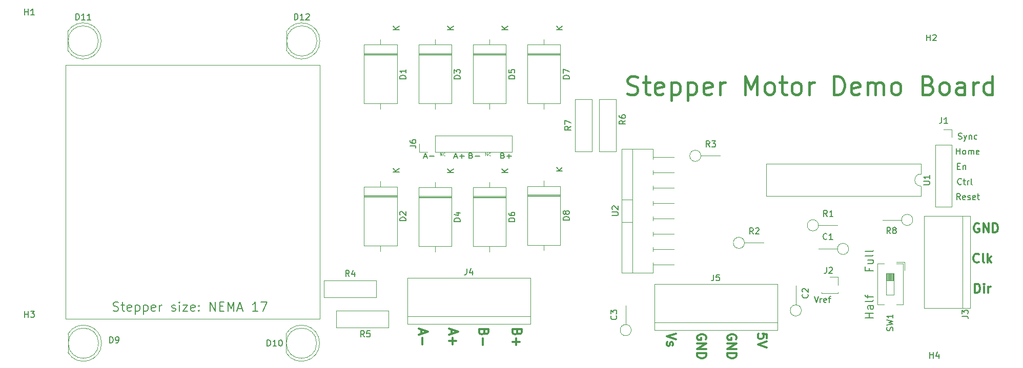
<source format=gto>
G04 #@! TF.GenerationSoftware,KiCad,Pcbnew,(6.0.11)*
G04 #@! TF.CreationDate,2023-02-08T23:30:17+00:00*
G04 #@! TF.ProjectId,StepperDemoPCB,53746570-7065-4724-9465-6d6f5043422e,rev?*
G04 #@! TF.SameCoordinates,Original*
G04 #@! TF.FileFunction,Legend,Top*
G04 #@! TF.FilePolarity,Positive*
%FSLAX46Y46*%
G04 Gerber Fmt 4.6, Leading zero omitted, Abs format (unit mm)*
G04 Created by KiCad (PCBNEW (6.0.11)) date 2023-02-08 23:30:17*
%MOMM*%
%LPD*%
G01*
G04 APERTURE LIST*
%ADD10C,0.150000*%
%ADD11C,0.100000*%
%ADD12C,0.300000*%
%ADD13C,0.450000*%
%ADD14C,0.120000*%
%ADD15R,1.600000X1.600000*%
%ADD16O,1.600000X1.600000*%
%ADD17C,1.400000*%
%ADD18O,1.400000X1.400000*%
%ADD19R,1.700000X1.700000*%
%ADD20O,1.700000X1.700000*%
%ADD21C,24.500000*%
%ADD22C,4.500000*%
%ADD23C,7.500000*%
%ADD24C,1.600000*%
%ADD25R,1.800000X1.800000*%
%ADD26C,1.800000*%
%ADD27R,3.200000X3.200000*%
%ADD28O,3.200000X3.200000*%
%ADD29R,3.000000X3.000000*%
%ADD30C,3.000000*%
%ADD31O,1.800000X1.800000*%
G04 APERTURE END LIST*
D10*
X178700000Y-81566666D02*
X178700000Y-82033333D01*
X179433333Y-82033333D02*
X178033333Y-82033333D01*
X178033333Y-81366666D01*
X178500000Y-80233333D02*
X179433333Y-80233333D01*
X178500000Y-80833333D02*
X179233333Y-80833333D01*
X179366666Y-80766666D01*
X179433333Y-80633333D01*
X179433333Y-80433333D01*
X179366666Y-80300000D01*
X179300000Y-80233333D01*
X179433333Y-79366666D02*
X179366666Y-79500000D01*
X179233333Y-79566666D01*
X178033333Y-79566666D01*
X179433333Y-78633333D02*
X179366666Y-78766666D01*
X179233333Y-78833333D01*
X178033333Y-78833333D01*
D11*
X115357142Y-62976190D02*
X115357142Y-62476190D01*
X115642857Y-62976190D01*
X115642857Y-62476190D01*
X116166666Y-62928571D02*
X116142857Y-62952380D01*
X116071428Y-62976190D01*
X116023809Y-62976190D01*
X115952380Y-62952380D01*
X115904761Y-62904761D01*
X115880952Y-62857142D01*
X115857142Y-62761904D01*
X115857142Y-62690476D01*
X115880952Y-62595238D01*
X115904761Y-62547619D01*
X115952380Y-62500000D01*
X116023809Y-62476190D01*
X116071428Y-62476190D01*
X116142857Y-62500000D01*
X116166666Y-62523809D01*
X107857142Y-62976190D02*
X107857142Y-62476190D01*
X108142857Y-62976190D01*
X108142857Y-62476190D01*
X108666666Y-62928571D02*
X108642857Y-62952380D01*
X108571428Y-62976190D01*
X108523809Y-62976190D01*
X108452380Y-62952380D01*
X108404761Y-62904761D01*
X108380952Y-62857142D01*
X108357142Y-62761904D01*
X108357142Y-62690476D01*
X108380952Y-62595238D01*
X108404761Y-62547619D01*
X108452380Y-62500000D01*
X108523809Y-62476190D01*
X108571428Y-62476190D01*
X108642857Y-62500000D01*
X108666666Y-62523809D01*
D10*
X118202380Y-62942857D02*
X118345238Y-62980952D01*
X118392857Y-63019047D01*
X118440476Y-63095238D01*
X118440476Y-63209523D01*
X118392857Y-63285714D01*
X118345238Y-63323809D01*
X118250000Y-63361904D01*
X117869047Y-63361904D01*
X117869047Y-62561904D01*
X118202380Y-62561904D01*
X118297619Y-62600000D01*
X118345238Y-62638095D01*
X118392857Y-62714285D01*
X118392857Y-62790476D01*
X118345238Y-62866666D01*
X118297619Y-62904761D01*
X118202380Y-62942857D01*
X117869047Y-62942857D01*
X118869047Y-63057142D02*
X119630952Y-63057142D01*
X119250000Y-63361904D02*
X119250000Y-62752380D01*
X112952380Y-62942857D02*
X113095238Y-62980952D01*
X113142857Y-63019047D01*
X113190476Y-63095238D01*
X113190476Y-63209523D01*
X113142857Y-63285714D01*
X113095238Y-63323809D01*
X113000000Y-63361904D01*
X112619047Y-63361904D01*
X112619047Y-62561904D01*
X112952380Y-62561904D01*
X113047619Y-62600000D01*
X113095238Y-62638095D01*
X113142857Y-62714285D01*
X113142857Y-62790476D01*
X113095238Y-62866666D01*
X113047619Y-62904761D01*
X112952380Y-62942857D01*
X112619047Y-62942857D01*
X113619047Y-63057142D02*
X114380952Y-63057142D01*
X110142857Y-63133333D02*
X110619047Y-63133333D01*
X110047619Y-63361904D02*
X110380952Y-62561904D01*
X110714285Y-63361904D01*
X111047619Y-63057142D02*
X111809523Y-63057142D01*
X111428571Y-63361904D02*
X111428571Y-62752380D01*
X105142857Y-63133333D02*
X105619047Y-63133333D01*
X105047619Y-63361904D02*
X105380952Y-62561904D01*
X105714285Y-63361904D01*
X106047619Y-63057142D02*
X106809523Y-63057142D01*
D12*
X196857142Y-74250000D02*
X196714285Y-74178571D01*
X196500000Y-74178571D01*
X196285714Y-74250000D01*
X196142857Y-74392857D01*
X196071428Y-74535714D01*
X196000000Y-74821428D01*
X196000000Y-75035714D01*
X196071428Y-75321428D01*
X196142857Y-75464285D01*
X196285714Y-75607142D01*
X196500000Y-75678571D01*
X196642857Y-75678571D01*
X196857142Y-75607142D01*
X196928571Y-75535714D01*
X196928571Y-75035714D01*
X196642857Y-75035714D01*
X197571428Y-75678571D02*
X197571428Y-74178571D01*
X198428571Y-75678571D01*
X198428571Y-74178571D01*
X199142857Y-75678571D02*
X199142857Y-74178571D01*
X199500000Y-74178571D01*
X199714285Y-74250000D01*
X199857142Y-74392857D01*
X199928571Y-74535714D01*
X200000000Y-74821428D01*
X200000000Y-75035714D01*
X199928571Y-75321428D01*
X199857142Y-75464285D01*
X199714285Y-75607142D01*
X199500000Y-75678571D01*
X199142857Y-75678571D01*
X196864285Y-80535714D02*
X196792857Y-80607142D01*
X196578571Y-80678571D01*
X196435714Y-80678571D01*
X196221428Y-80607142D01*
X196078571Y-80464285D01*
X196007142Y-80321428D01*
X195935714Y-80035714D01*
X195935714Y-79821428D01*
X196007142Y-79535714D01*
X196078571Y-79392857D01*
X196221428Y-79250000D01*
X196435714Y-79178571D01*
X196578571Y-79178571D01*
X196792857Y-79250000D01*
X196864285Y-79321428D01*
X197721428Y-80678571D02*
X197578571Y-80607142D01*
X197507142Y-80464285D01*
X197507142Y-79178571D01*
X198292857Y-80678571D02*
X198292857Y-79178571D01*
X198435714Y-80107142D02*
X198864285Y-80678571D01*
X198864285Y-79678571D02*
X198292857Y-80250000D01*
X115107142Y-92178571D02*
X115035714Y-92392857D01*
X114964285Y-92464285D01*
X114821428Y-92535714D01*
X114607142Y-92535714D01*
X114464285Y-92464285D01*
X114392857Y-92392857D01*
X114321428Y-92250000D01*
X114321428Y-91678571D01*
X115821428Y-91678571D01*
X115821428Y-92178571D01*
X115750000Y-92321428D01*
X115678571Y-92392857D01*
X115535714Y-92464285D01*
X115392857Y-92464285D01*
X115250000Y-92392857D01*
X115178571Y-92321428D01*
X115107142Y-92178571D01*
X115107142Y-91678571D01*
X114892857Y-93178571D02*
X114892857Y-94321428D01*
D10*
X169642857Y-86252380D02*
X169976190Y-87252380D01*
X170309523Y-86252380D01*
X170642857Y-87252380D02*
X170642857Y-86585714D01*
X170642857Y-86776190D02*
X170690476Y-86680952D01*
X170738095Y-86633333D01*
X170833333Y-86585714D01*
X170928571Y-86585714D01*
X171642857Y-87204761D02*
X171547619Y-87252380D01*
X171357142Y-87252380D01*
X171261904Y-87204761D01*
X171214285Y-87109523D01*
X171214285Y-86728571D01*
X171261904Y-86633333D01*
X171357142Y-86585714D01*
X171547619Y-86585714D01*
X171642857Y-86633333D01*
X171690476Y-86728571D01*
X171690476Y-86823809D01*
X171214285Y-86919047D01*
X171976190Y-86585714D02*
X172357142Y-86585714D01*
X172119047Y-87252380D02*
X172119047Y-86395238D01*
X172166666Y-86300000D01*
X172261904Y-86252380D01*
X172357142Y-86252380D01*
D12*
X109750000Y-91714285D02*
X109750000Y-92428571D01*
X109321428Y-91571428D02*
X110821428Y-92071428D01*
X109321428Y-92571428D01*
X109892857Y-93071428D02*
X109892857Y-94214285D01*
X109321428Y-93642857D02*
X110464285Y-93642857D01*
X104750000Y-91714285D02*
X104750000Y-92428571D01*
X104321428Y-91571428D02*
X105821428Y-92071428D01*
X104321428Y-92571428D01*
X104892857Y-93071428D02*
X104892857Y-94214285D01*
X120607142Y-92178571D02*
X120535714Y-92392857D01*
X120464285Y-92464285D01*
X120321428Y-92535714D01*
X120107142Y-92535714D01*
X119964285Y-92464285D01*
X119892857Y-92392857D01*
X119821428Y-92250000D01*
X119821428Y-91678571D01*
X121321428Y-91678571D01*
X121321428Y-92178571D01*
X121250000Y-92321428D01*
X121178571Y-92392857D01*
X121035714Y-92464285D01*
X120892857Y-92464285D01*
X120750000Y-92392857D01*
X120678571Y-92321428D01*
X120607142Y-92178571D01*
X120607142Y-91678571D01*
X120392857Y-93178571D02*
X120392857Y-94321428D01*
X119821428Y-93750000D02*
X120964285Y-93750000D01*
X146821428Y-92392857D02*
X145321428Y-92892857D01*
X146821428Y-93392857D01*
X145392857Y-93821428D02*
X145321428Y-93964285D01*
X145321428Y-94250000D01*
X145392857Y-94392857D01*
X145535714Y-94464285D01*
X145607142Y-94464285D01*
X145750000Y-94392857D01*
X145821428Y-94250000D01*
X145821428Y-94035714D01*
X145892857Y-93892857D01*
X146035714Y-93821428D01*
X146107142Y-93821428D01*
X146250000Y-93892857D01*
X146321428Y-94035714D01*
X146321428Y-94250000D01*
X146250000Y-94392857D01*
X161821428Y-93214285D02*
X161821428Y-92500000D01*
X161107142Y-92428571D01*
X161178571Y-92500000D01*
X161250000Y-92642857D01*
X161250000Y-93000000D01*
X161178571Y-93142857D01*
X161107142Y-93214285D01*
X160964285Y-93285714D01*
X160607142Y-93285714D01*
X160464285Y-93214285D01*
X160392857Y-93142857D01*
X160321428Y-93000000D01*
X160321428Y-92642857D01*
X160392857Y-92500000D01*
X160464285Y-92428571D01*
X161821428Y-93714285D02*
X160321428Y-94214285D01*
X161821428Y-94714285D01*
X156750000Y-93357142D02*
X156821428Y-93214285D01*
X156821428Y-93000000D01*
X156750000Y-92785714D01*
X156607142Y-92642857D01*
X156464285Y-92571428D01*
X156178571Y-92500000D01*
X155964285Y-92500000D01*
X155678571Y-92571428D01*
X155535714Y-92642857D01*
X155392857Y-92785714D01*
X155321428Y-93000000D01*
X155321428Y-93142857D01*
X155392857Y-93357142D01*
X155464285Y-93428571D01*
X155964285Y-93428571D01*
X155964285Y-93142857D01*
X155321428Y-94071428D02*
X156821428Y-94071428D01*
X155321428Y-94928571D01*
X156821428Y-94928571D01*
X155321428Y-95642857D02*
X156821428Y-95642857D01*
X156821428Y-96000000D01*
X156750000Y-96214285D01*
X156607142Y-96357142D01*
X156464285Y-96428571D01*
X156178571Y-96500000D01*
X155964285Y-96500000D01*
X155678571Y-96428571D01*
X155535714Y-96357142D01*
X155392857Y-96214285D01*
X155321428Y-96000000D01*
X155321428Y-95642857D01*
X151750000Y-93357142D02*
X151821428Y-93214285D01*
X151821428Y-93000000D01*
X151750000Y-92785714D01*
X151607142Y-92642857D01*
X151464285Y-92571428D01*
X151178571Y-92500000D01*
X150964285Y-92500000D01*
X150678571Y-92571428D01*
X150535714Y-92642857D01*
X150392857Y-92785714D01*
X150321428Y-93000000D01*
X150321428Y-93142857D01*
X150392857Y-93357142D01*
X150464285Y-93428571D01*
X150964285Y-93428571D01*
X150964285Y-93142857D01*
X150321428Y-94071428D02*
X151821428Y-94071428D01*
X150321428Y-94928571D01*
X151821428Y-94928571D01*
X150321428Y-95642857D02*
X151821428Y-95642857D01*
X151821428Y-96000000D01*
X151750000Y-96214285D01*
X151607142Y-96357142D01*
X151464285Y-96428571D01*
X151178571Y-96500000D01*
X150964285Y-96500000D01*
X150678571Y-96428571D01*
X150535714Y-96357142D01*
X150392857Y-96214285D01*
X150321428Y-96000000D01*
X150321428Y-95642857D01*
D13*
X138785714Y-52714285D02*
X139214285Y-52857142D01*
X139928571Y-52857142D01*
X140214285Y-52714285D01*
X140357142Y-52571428D01*
X140500000Y-52285714D01*
X140500000Y-52000000D01*
X140357142Y-51714285D01*
X140214285Y-51571428D01*
X139928571Y-51428571D01*
X139357142Y-51285714D01*
X139071428Y-51142857D01*
X138928571Y-51000000D01*
X138785714Y-50714285D01*
X138785714Y-50428571D01*
X138928571Y-50142857D01*
X139071428Y-50000000D01*
X139357142Y-49857142D01*
X140071428Y-49857142D01*
X140500000Y-50000000D01*
X141357142Y-50857142D02*
X142500000Y-50857142D01*
X141785714Y-49857142D02*
X141785714Y-52428571D01*
X141928571Y-52714285D01*
X142214285Y-52857142D01*
X142500000Y-52857142D01*
X144642857Y-52714285D02*
X144357142Y-52857142D01*
X143785714Y-52857142D01*
X143500000Y-52714285D01*
X143357142Y-52428571D01*
X143357142Y-51285714D01*
X143500000Y-51000000D01*
X143785714Y-50857142D01*
X144357142Y-50857142D01*
X144642857Y-51000000D01*
X144785714Y-51285714D01*
X144785714Y-51571428D01*
X143357142Y-51857142D01*
X146071428Y-50857142D02*
X146071428Y-53857142D01*
X146071428Y-51000000D02*
X146357142Y-50857142D01*
X146928571Y-50857142D01*
X147214285Y-51000000D01*
X147357142Y-51142857D01*
X147500000Y-51428571D01*
X147500000Y-52285714D01*
X147357142Y-52571428D01*
X147214285Y-52714285D01*
X146928571Y-52857142D01*
X146357142Y-52857142D01*
X146071428Y-52714285D01*
X148785714Y-50857142D02*
X148785714Y-53857142D01*
X148785714Y-51000000D02*
X149071428Y-50857142D01*
X149642857Y-50857142D01*
X149928571Y-51000000D01*
X150071428Y-51142857D01*
X150214285Y-51428571D01*
X150214285Y-52285714D01*
X150071428Y-52571428D01*
X149928571Y-52714285D01*
X149642857Y-52857142D01*
X149071428Y-52857142D01*
X148785714Y-52714285D01*
X152642857Y-52714285D02*
X152357142Y-52857142D01*
X151785714Y-52857142D01*
X151500000Y-52714285D01*
X151357142Y-52428571D01*
X151357142Y-51285714D01*
X151500000Y-51000000D01*
X151785714Y-50857142D01*
X152357142Y-50857142D01*
X152642857Y-51000000D01*
X152785714Y-51285714D01*
X152785714Y-51571428D01*
X151357142Y-51857142D01*
X154071428Y-52857142D02*
X154071428Y-50857142D01*
X154071428Y-51428571D02*
X154214285Y-51142857D01*
X154357142Y-51000000D01*
X154642857Y-50857142D01*
X154928571Y-50857142D01*
X158214285Y-52857142D02*
X158214285Y-49857142D01*
X159214285Y-52000000D01*
X160214285Y-49857142D01*
X160214285Y-52857142D01*
X162071428Y-52857142D02*
X161785714Y-52714285D01*
X161642857Y-52571428D01*
X161500000Y-52285714D01*
X161500000Y-51428571D01*
X161642857Y-51142857D01*
X161785714Y-51000000D01*
X162071428Y-50857142D01*
X162500000Y-50857142D01*
X162785714Y-51000000D01*
X162928571Y-51142857D01*
X163071428Y-51428571D01*
X163071428Y-52285714D01*
X162928571Y-52571428D01*
X162785714Y-52714285D01*
X162500000Y-52857142D01*
X162071428Y-52857142D01*
X163928571Y-50857142D02*
X165071428Y-50857142D01*
X164357142Y-49857142D02*
X164357142Y-52428571D01*
X164500000Y-52714285D01*
X164785714Y-52857142D01*
X165071428Y-52857142D01*
X166499999Y-52857142D02*
X166214285Y-52714285D01*
X166071428Y-52571428D01*
X165928571Y-52285714D01*
X165928571Y-51428571D01*
X166071428Y-51142857D01*
X166214285Y-51000000D01*
X166499999Y-50857142D01*
X166928571Y-50857142D01*
X167214285Y-51000000D01*
X167357142Y-51142857D01*
X167499999Y-51428571D01*
X167499999Y-52285714D01*
X167357142Y-52571428D01*
X167214285Y-52714285D01*
X166928571Y-52857142D01*
X166499999Y-52857142D01*
X168785714Y-52857142D02*
X168785714Y-50857142D01*
X168785714Y-51428571D02*
X168928571Y-51142857D01*
X169071428Y-51000000D01*
X169357142Y-50857142D01*
X169642857Y-50857142D01*
X172928571Y-52857142D02*
X172928571Y-49857142D01*
X173642857Y-49857142D01*
X174071428Y-50000000D01*
X174357142Y-50285714D01*
X174499999Y-50571428D01*
X174642857Y-51142857D01*
X174642857Y-51571428D01*
X174499999Y-52142857D01*
X174357142Y-52428571D01*
X174071428Y-52714285D01*
X173642857Y-52857142D01*
X172928571Y-52857142D01*
X177071428Y-52714285D02*
X176785714Y-52857142D01*
X176214285Y-52857142D01*
X175928571Y-52714285D01*
X175785714Y-52428571D01*
X175785714Y-51285714D01*
X175928571Y-51000000D01*
X176214285Y-50857142D01*
X176785714Y-50857142D01*
X177071428Y-51000000D01*
X177214285Y-51285714D01*
X177214285Y-51571428D01*
X175785714Y-51857142D01*
X178500000Y-52857142D02*
X178500000Y-50857142D01*
X178500000Y-51142857D02*
X178642857Y-51000000D01*
X178928571Y-50857142D01*
X179357142Y-50857142D01*
X179642857Y-51000000D01*
X179785714Y-51285714D01*
X179785714Y-52857142D01*
X179785714Y-51285714D02*
X179928571Y-51000000D01*
X180214285Y-50857142D01*
X180642857Y-50857142D01*
X180928571Y-51000000D01*
X181071428Y-51285714D01*
X181071428Y-52857142D01*
X182928571Y-52857142D02*
X182642857Y-52714285D01*
X182500000Y-52571428D01*
X182357142Y-52285714D01*
X182357142Y-51428571D01*
X182500000Y-51142857D01*
X182642857Y-51000000D01*
X182928571Y-50857142D01*
X183357142Y-50857142D01*
X183642857Y-51000000D01*
X183785714Y-51142857D01*
X183928571Y-51428571D01*
X183928571Y-52285714D01*
X183785714Y-52571428D01*
X183642857Y-52714285D01*
X183357142Y-52857142D01*
X182928571Y-52857142D01*
X188500000Y-51285714D02*
X188928571Y-51428571D01*
X189071428Y-51571428D01*
X189214285Y-51857142D01*
X189214285Y-52285714D01*
X189071428Y-52571428D01*
X188928571Y-52714285D01*
X188642857Y-52857142D01*
X187500000Y-52857142D01*
X187500000Y-49857142D01*
X188500000Y-49857142D01*
X188785714Y-50000000D01*
X188928571Y-50142857D01*
X189071428Y-50428571D01*
X189071428Y-50714285D01*
X188928571Y-51000000D01*
X188785714Y-51142857D01*
X188500000Y-51285714D01*
X187500000Y-51285714D01*
X190928571Y-52857142D02*
X190642857Y-52714285D01*
X190500000Y-52571428D01*
X190357142Y-52285714D01*
X190357142Y-51428571D01*
X190500000Y-51142857D01*
X190642857Y-51000000D01*
X190928571Y-50857142D01*
X191357142Y-50857142D01*
X191642857Y-51000000D01*
X191785714Y-51142857D01*
X191928571Y-51428571D01*
X191928571Y-52285714D01*
X191785714Y-52571428D01*
X191642857Y-52714285D01*
X191357142Y-52857142D01*
X190928571Y-52857142D01*
X194500000Y-52857142D02*
X194500000Y-51285714D01*
X194357142Y-51000000D01*
X194071428Y-50857142D01*
X193500000Y-50857142D01*
X193214285Y-51000000D01*
X194500000Y-52714285D02*
X194214285Y-52857142D01*
X193500000Y-52857142D01*
X193214285Y-52714285D01*
X193071428Y-52428571D01*
X193071428Y-52142857D01*
X193214285Y-51857142D01*
X193500000Y-51714285D01*
X194214285Y-51714285D01*
X194500000Y-51571428D01*
X195928571Y-52857142D02*
X195928571Y-50857142D01*
X195928571Y-51428571D02*
X196071428Y-51142857D01*
X196214285Y-51000000D01*
X196500000Y-50857142D01*
X196785714Y-50857142D01*
X199071428Y-52857142D02*
X199071428Y-49857142D01*
X199071428Y-52714285D02*
X198785714Y-52857142D01*
X198214285Y-52857142D01*
X197928571Y-52714285D01*
X197785714Y-52571428D01*
X197642857Y-52285714D01*
X197642857Y-51428571D01*
X197785714Y-51142857D01*
X197928571Y-51000000D01*
X198214285Y-50857142D01*
X198785714Y-50857142D01*
X199071428Y-51000000D01*
D10*
X193761904Y-70252380D02*
X193428571Y-69776190D01*
X193190476Y-70252380D02*
X193190476Y-69252380D01*
X193571428Y-69252380D01*
X193666666Y-69300000D01*
X193714285Y-69347619D01*
X193761904Y-69442857D01*
X193761904Y-69585714D01*
X193714285Y-69680952D01*
X193666666Y-69728571D01*
X193571428Y-69776190D01*
X193190476Y-69776190D01*
X194571428Y-70204761D02*
X194476190Y-70252380D01*
X194285714Y-70252380D01*
X194190476Y-70204761D01*
X194142857Y-70109523D01*
X194142857Y-69728571D01*
X194190476Y-69633333D01*
X194285714Y-69585714D01*
X194476190Y-69585714D01*
X194571428Y-69633333D01*
X194619047Y-69728571D01*
X194619047Y-69823809D01*
X194142857Y-69919047D01*
X195000000Y-70204761D02*
X195095238Y-70252380D01*
X195285714Y-70252380D01*
X195380952Y-70204761D01*
X195428571Y-70109523D01*
X195428571Y-70061904D01*
X195380952Y-69966666D01*
X195285714Y-69919047D01*
X195142857Y-69919047D01*
X195047619Y-69871428D01*
X195000000Y-69776190D01*
X195000000Y-69728571D01*
X195047619Y-69633333D01*
X195142857Y-69585714D01*
X195285714Y-69585714D01*
X195380952Y-69633333D01*
X196238095Y-70204761D02*
X196142857Y-70252380D01*
X195952380Y-70252380D01*
X195857142Y-70204761D01*
X195809523Y-70109523D01*
X195809523Y-69728571D01*
X195857142Y-69633333D01*
X195952380Y-69585714D01*
X196142857Y-69585714D01*
X196238095Y-69633333D01*
X196285714Y-69728571D01*
X196285714Y-69823809D01*
X195809523Y-69919047D01*
X196571428Y-69585714D02*
X196952380Y-69585714D01*
X196714285Y-69252380D02*
X196714285Y-70109523D01*
X196761904Y-70204761D01*
X196857142Y-70252380D01*
X196952380Y-70252380D01*
X193952380Y-67657142D02*
X193904761Y-67704761D01*
X193761904Y-67752380D01*
X193666666Y-67752380D01*
X193523809Y-67704761D01*
X193428571Y-67609523D01*
X193380952Y-67514285D01*
X193333333Y-67323809D01*
X193333333Y-67180952D01*
X193380952Y-66990476D01*
X193428571Y-66895238D01*
X193523809Y-66800000D01*
X193666666Y-66752380D01*
X193761904Y-66752380D01*
X193904761Y-66800000D01*
X193952380Y-66847619D01*
X194238095Y-67085714D02*
X194619047Y-67085714D01*
X194380952Y-66752380D02*
X194380952Y-67609523D01*
X194428571Y-67704761D01*
X194523809Y-67752380D01*
X194619047Y-67752380D01*
X194952380Y-67752380D02*
X194952380Y-67085714D01*
X194952380Y-67276190D02*
X195000000Y-67180952D01*
X195047619Y-67133333D01*
X195142857Y-67085714D01*
X195238095Y-67085714D01*
X195714285Y-67752380D02*
X195619047Y-67704761D01*
X195571428Y-67609523D01*
X195571428Y-66752380D01*
X193333333Y-64728571D02*
X193666666Y-64728571D01*
X193809523Y-65252380D02*
X193333333Y-65252380D01*
X193333333Y-64252380D01*
X193809523Y-64252380D01*
X194238095Y-64585714D02*
X194238095Y-65252380D01*
X194238095Y-64680952D02*
X194285714Y-64633333D01*
X194380952Y-64585714D01*
X194523809Y-64585714D01*
X194619047Y-64633333D01*
X194666666Y-64728571D01*
X194666666Y-65252380D01*
X193166666Y-62752380D02*
X193166666Y-61752380D01*
X193166666Y-62228571D02*
X193738095Y-62228571D01*
X193738095Y-62752380D02*
X193738095Y-61752380D01*
X194357142Y-62752380D02*
X194261904Y-62704761D01*
X194214285Y-62657142D01*
X194166666Y-62561904D01*
X194166666Y-62276190D01*
X194214285Y-62180952D01*
X194261904Y-62133333D01*
X194357142Y-62085714D01*
X194500000Y-62085714D01*
X194595238Y-62133333D01*
X194642857Y-62180952D01*
X194690476Y-62276190D01*
X194690476Y-62561904D01*
X194642857Y-62657142D01*
X194595238Y-62704761D01*
X194500000Y-62752380D01*
X194357142Y-62752380D01*
X195119047Y-62752380D02*
X195119047Y-62085714D01*
X195119047Y-62180952D02*
X195166666Y-62133333D01*
X195261904Y-62085714D01*
X195404761Y-62085714D01*
X195500000Y-62133333D01*
X195547619Y-62228571D01*
X195547619Y-62752380D01*
X195547619Y-62228571D02*
X195595238Y-62133333D01*
X195690476Y-62085714D01*
X195833333Y-62085714D01*
X195928571Y-62133333D01*
X195976190Y-62228571D01*
X195976190Y-62752380D01*
X196833333Y-62704761D02*
X196738095Y-62752380D01*
X196547619Y-62752380D01*
X196452380Y-62704761D01*
X196404761Y-62609523D01*
X196404761Y-62228571D01*
X196452380Y-62133333D01*
X196547619Y-62085714D01*
X196738095Y-62085714D01*
X196833333Y-62133333D01*
X196880952Y-62228571D01*
X196880952Y-62323809D01*
X196404761Y-62419047D01*
X193452380Y-60204761D02*
X193595238Y-60252380D01*
X193833333Y-60252380D01*
X193928571Y-60204761D01*
X193976190Y-60157142D01*
X194023809Y-60061904D01*
X194023809Y-59966666D01*
X193976190Y-59871428D01*
X193928571Y-59823809D01*
X193833333Y-59776190D01*
X193642857Y-59728571D01*
X193547619Y-59680952D01*
X193500000Y-59633333D01*
X193452380Y-59538095D01*
X193452380Y-59442857D01*
X193500000Y-59347619D01*
X193547619Y-59300000D01*
X193642857Y-59252380D01*
X193880952Y-59252380D01*
X194023809Y-59300000D01*
X194357142Y-59585714D02*
X194595238Y-60252380D01*
X194833333Y-59585714D02*
X194595238Y-60252380D01*
X194500000Y-60490476D01*
X194452380Y-60538095D01*
X194357142Y-60585714D01*
X195214285Y-59585714D02*
X195214285Y-60252380D01*
X195214285Y-59680952D02*
X195261904Y-59633333D01*
X195357142Y-59585714D01*
X195500000Y-59585714D01*
X195595238Y-59633333D01*
X195642857Y-59728571D01*
X195642857Y-60252380D01*
X196547619Y-60204761D02*
X196452380Y-60252380D01*
X196261904Y-60252380D01*
X196166666Y-60204761D01*
X196119047Y-60157142D01*
X196071428Y-60061904D01*
X196071428Y-59776190D01*
X196119047Y-59680952D01*
X196166666Y-59633333D01*
X196261904Y-59585714D01*
X196452380Y-59585714D01*
X196547619Y-59633333D01*
D12*
X196185714Y-85678571D02*
X196185714Y-84178571D01*
X196542857Y-84178571D01*
X196757142Y-84250000D01*
X196900000Y-84392857D01*
X196971428Y-84535714D01*
X197042857Y-84821428D01*
X197042857Y-85035714D01*
X196971428Y-85321428D01*
X196900000Y-85464285D01*
X196757142Y-85607142D01*
X196542857Y-85678571D01*
X196185714Y-85678571D01*
X197685714Y-85678571D02*
X197685714Y-84678571D01*
X197685714Y-84178571D02*
X197614285Y-84250000D01*
X197685714Y-84321428D01*
X197757142Y-84250000D01*
X197685714Y-84178571D01*
X197685714Y-84321428D01*
X198400000Y-85678571D02*
X198400000Y-84678571D01*
X198400000Y-84964285D02*
X198471428Y-84821428D01*
X198542857Y-84750000D01*
X198685714Y-84678571D01*
X198828571Y-84678571D01*
D10*
X179433333Y-89800000D02*
X178033333Y-89800000D01*
X178700000Y-89800000D02*
X178700000Y-89000000D01*
X179433333Y-89000000D02*
X178033333Y-89000000D01*
X179433333Y-87733333D02*
X178700000Y-87733333D01*
X178566666Y-87800000D01*
X178500000Y-87933333D01*
X178500000Y-88200000D01*
X178566666Y-88333333D01*
X179366666Y-87733333D02*
X179433333Y-87866666D01*
X179433333Y-88200000D01*
X179366666Y-88333333D01*
X179233333Y-88400000D01*
X179100000Y-88400000D01*
X178966666Y-88333333D01*
X178900000Y-88200000D01*
X178900000Y-87866666D01*
X178833333Y-87733333D01*
X179433333Y-86866666D02*
X179366666Y-87000000D01*
X179233333Y-87066666D01*
X178033333Y-87066666D01*
X178500000Y-86533333D02*
X178500000Y-86000000D01*
X179433333Y-86333333D02*
X178233333Y-86333333D01*
X178100000Y-86266666D01*
X178033333Y-86133333D01*
X178033333Y-86000000D01*
X53857142Y-88607142D02*
X54071428Y-88678571D01*
X54428571Y-88678571D01*
X54571428Y-88607142D01*
X54642857Y-88535714D01*
X54714285Y-88392857D01*
X54714285Y-88250000D01*
X54642857Y-88107142D01*
X54571428Y-88035714D01*
X54428571Y-87964285D01*
X54142857Y-87892857D01*
X53999999Y-87821428D01*
X53928571Y-87750000D01*
X53857142Y-87607142D01*
X53857142Y-87464285D01*
X53928571Y-87321428D01*
X53999999Y-87250000D01*
X54142857Y-87178571D01*
X54499999Y-87178571D01*
X54714285Y-87250000D01*
X55142857Y-87678571D02*
X55714285Y-87678571D01*
X55357142Y-87178571D02*
X55357142Y-88464285D01*
X55428571Y-88607142D01*
X55571428Y-88678571D01*
X55714285Y-88678571D01*
X56785714Y-88607142D02*
X56642857Y-88678571D01*
X56357142Y-88678571D01*
X56214285Y-88607142D01*
X56142857Y-88464285D01*
X56142857Y-87892857D01*
X56214285Y-87750000D01*
X56357142Y-87678571D01*
X56642857Y-87678571D01*
X56785714Y-87750000D01*
X56857142Y-87892857D01*
X56857142Y-88035714D01*
X56142857Y-88178571D01*
X57499999Y-87678571D02*
X57499999Y-89178571D01*
X57499999Y-87750000D02*
X57642857Y-87678571D01*
X57928571Y-87678571D01*
X58071428Y-87750000D01*
X58142857Y-87821428D01*
X58214285Y-87964285D01*
X58214285Y-88392857D01*
X58142857Y-88535714D01*
X58071428Y-88607142D01*
X57928571Y-88678571D01*
X57642857Y-88678571D01*
X57499999Y-88607142D01*
X58857142Y-87678571D02*
X58857142Y-89178571D01*
X58857142Y-87750000D02*
X58999999Y-87678571D01*
X59285714Y-87678571D01*
X59428571Y-87750000D01*
X59499999Y-87821428D01*
X59571428Y-87964285D01*
X59571428Y-88392857D01*
X59499999Y-88535714D01*
X59428571Y-88607142D01*
X59285714Y-88678571D01*
X58999999Y-88678571D01*
X58857142Y-88607142D01*
X60785714Y-88607142D02*
X60642857Y-88678571D01*
X60357142Y-88678571D01*
X60214285Y-88607142D01*
X60142857Y-88464285D01*
X60142857Y-87892857D01*
X60214285Y-87750000D01*
X60357142Y-87678571D01*
X60642857Y-87678571D01*
X60785714Y-87750000D01*
X60857142Y-87892857D01*
X60857142Y-88035714D01*
X60142857Y-88178571D01*
X61499999Y-88678571D02*
X61499999Y-87678571D01*
X61499999Y-87964285D02*
X61571428Y-87821428D01*
X61642857Y-87750000D01*
X61785714Y-87678571D01*
X61928571Y-87678571D01*
X63499999Y-88607142D02*
X63642857Y-88678571D01*
X63928571Y-88678571D01*
X64071428Y-88607142D01*
X64142857Y-88464285D01*
X64142857Y-88392857D01*
X64071428Y-88250000D01*
X63928571Y-88178571D01*
X63714285Y-88178571D01*
X63571428Y-88107142D01*
X63499999Y-87964285D01*
X63499999Y-87892857D01*
X63571428Y-87750000D01*
X63714285Y-87678571D01*
X63928571Y-87678571D01*
X64071428Y-87750000D01*
X64785714Y-88678571D02*
X64785714Y-87678571D01*
X64785714Y-87178571D02*
X64714285Y-87250000D01*
X64785714Y-87321428D01*
X64857142Y-87250000D01*
X64785714Y-87178571D01*
X64785714Y-87321428D01*
X65357142Y-87678571D02*
X66142857Y-87678571D01*
X65357142Y-88678571D01*
X66142857Y-88678571D01*
X67285714Y-88607142D02*
X67142857Y-88678571D01*
X66857142Y-88678571D01*
X66714285Y-88607142D01*
X66642857Y-88464285D01*
X66642857Y-87892857D01*
X66714285Y-87750000D01*
X66857142Y-87678571D01*
X67142857Y-87678571D01*
X67285714Y-87750000D01*
X67357142Y-87892857D01*
X67357142Y-88035714D01*
X66642857Y-88178571D01*
X68000000Y-88535714D02*
X68071428Y-88607142D01*
X68000000Y-88678571D01*
X67928571Y-88607142D01*
X68000000Y-88535714D01*
X68000000Y-88678571D01*
X68000000Y-87750000D02*
X68071428Y-87821428D01*
X68000000Y-87892857D01*
X67928571Y-87821428D01*
X68000000Y-87750000D01*
X68000000Y-87892857D01*
X69857142Y-88678571D02*
X69857142Y-87178571D01*
X70714285Y-88678571D01*
X70714285Y-87178571D01*
X71428571Y-87892857D02*
X71928571Y-87892857D01*
X72142857Y-88678571D02*
X71428571Y-88678571D01*
X71428571Y-87178571D01*
X72142857Y-87178571D01*
X72785714Y-88678571D02*
X72785714Y-87178571D01*
X73285714Y-88250000D01*
X73785714Y-87178571D01*
X73785714Y-88678571D01*
X74428571Y-88250000D02*
X75142857Y-88250000D01*
X74285714Y-88678571D02*
X74785714Y-87178571D01*
X75285714Y-88678571D01*
X77714285Y-88678571D02*
X76857142Y-88678571D01*
X77285714Y-88678571D02*
X77285714Y-87178571D01*
X77142857Y-87392857D01*
X77000000Y-87535714D01*
X76857142Y-87607142D01*
X78214285Y-87178571D02*
X79214285Y-87178571D01*
X78571428Y-88678571D01*
X182604761Y-91933333D02*
X182652380Y-91790476D01*
X182652380Y-91552380D01*
X182604761Y-91457142D01*
X182557142Y-91409523D01*
X182461904Y-91361904D01*
X182366666Y-91361904D01*
X182271428Y-91409523D01*
X182223809Y-91457142D01*
X182176190Y-91552380D01*
X182128571Y-91742857D01*
X182080952Y-91838095D01*
X182033333Y-91885714D01*
X181938095Y-91933333D01*
X181842857Y-91933333D01*
X181747619Y-91885714D01*
X181700000Y-91838095D01*
X181652380Y-91742857D01*
X181652380Y-91504761D01*
X181700000Y-91361904D01*
X181652380Y-91028571D02*
X182652380Y-90790476D01*
X181938095Y-90600000D01*
X182652380Y-90409523D01*
X181652380Y-90171428D01*
X182652380Y-89266666D02*
X182652380Y-89838095D01*
X182652380Y-89552380D02*
X181652380Y-89552380D01*
X181795238Y-89647619D01*
X181890476Y-89742857D01*
X181938095Y-89838095D01*
X182233333Y-75852380D02*
X181900000Y-75376190D01*
X181661904Y-75852380D02*
X181661904Y-74852380D01*
X182042857Y-74852380D01*
X182138095Y-74900000D01*
X182185714Y-74947619D01*
X182233333Y-75042857D01*
X182233333Y-75185714D01*
X182185714Y-75280952D01*
X182138095Y-75328571D01*
X182042857Y-75376190D01*
X181661904Y-75376190D01*
X182804761Y-75280952D02*
X182709523Y-75233333D01*
X182661904Y-75185714D01*
X182614285Y-75090476D01*
X182614285Y-75042857D01*
X182661904Y-74947619D01*
X182709523Y-74900000D01*
X182804761Y-74852380D01*
X182995238Y-74852380D01*
X183090476Y-74900000D01*
X183138095Y-74947619D01*
X183185714Y-75042857D01*
X183185714Y-75090476D01*
X183138095Y-75185714D01*
X183090476Y-75233333D01*
X182995238Y-75280952D01*
X182804761Y-75280952D01*
X182709523Y-75328571D01*
X182661904Y-75376190D01*
X182614285Y-75471428D01*
X182614285Y-75661904D01*
X182661904Y-75757142D01*
X182709523Y-75804761D01*
X182804761Y-75852380D01*
X182995238Y-75852380D01*
X183090476Y-75804761D01*
X183138095Y-75757142D01*
X183185714Y-75661904D01*
X183185714Y-75471428D01*
X183138095Y-75376190D01*
X183090476Y-75328571D01*
X182995238Y-75280952D01*
X102832380Y-61333333D02*
X103546666Y-61333333D01*
X103689523Y-61380952D01*
X103784761Y-61476190D01*
X103832380Y-61619047D01*
X103832380Y-61714285D01*
X102832380Y-60428571D02*
X102832380Y-60619047D01*
X102880000Y-60714285D01*
X102927619Y-60761904D01*
X103070476Y-60857142D01*
X103260952Y-60904761D01*
X103641904Y-60904761D01*
X103737142Y-60857142D01*
X103784761Y-60809523D01*
X103832380Y-60714285D01*
X103832380Y-60523809D01*
X103784761Y-60428571D01*
X103737142Y-60380952D01*
X103641904Y-60333333D01*
X103403809Y-60333333D01*
X103308571Y-60380952D01*
X103260952Y-60428571D01*
X103213333Y-60523809D01*
X103213333Y-60714285D01*
X103260952Y-60809523D01*
X103308571Y-60857142D01*
X103403809Y-60904761D01*
X188738095Y-96452380D02*
X188738095Y-95452380D01*
X188738095Y-95928571D02*
X189309523Y-95928571D01*
X189309523Y-96452380D02*
X189309523Y-95452380D01*
X190214285Y-95785714D02*
X190214285Y-96452380D01*
X189976190Y-95404761D02*
X189738095Y-96119047D01*
X190357142Y-96119047D01*
X39238095Y-89702380D02*
X39238095Y-88702380D01*
X39238095Y-89178571D02*
X39809523Y-89178571D01*
X39809523Y-89702380D02*
X39809523Y-88702380D01*
X40190476Y-88702380D02*
X40809523Y-88702380D01*
X40476190Y-89083333D01*
X40619047Y-89083333D01*
X40714285Y-89130952D01*
X40761904Y-89178571D01*
X40809523Y-89273809D01*
X40809523Y-89511904D01*
X40761904Y-89607142D01*
X40714285Y-89654761D01*
X40619047Y-89702380D01*
X40333333Y-89702380D01*
X40238095Y-89654761D01*
X40190476Y-89607142D01*
X188238095Y-43952380D02*
X188238095Y-42952380D01*
X188238095Y-43428571D02*
X188809523Y-43428571D01*
X188809523Y-43952380D02*
X188809523Y-42952380D01*
X189238095Y-43047619D02*
X189285714Y-43000000D01*
X189380952Y-42952380D01*
X189619047Y-42952380D01*
X189714285Y-43000000D01*
X189761904Y-43047619D01*
X189809523Y-43142857D01*
X189809523Y-43238095D01*
X189761904Y-43380952D01*
X189190476Y-43952380D01*
X189809523Y-43952380D01*
X39238095Y-39702380D02*
X39238095Y-38702380D01*
X39238095Y-39178571D02*
X39809523Y-39178571D01*
X39809523Y-39702380D02*
X39809523Y-38702380D01*
X40809523Y-39702380D02*
X40238095Y-39702380D01*
X40523809Y-39702380D02*
X40523809Y-38702380D01*
X40428571Y-38845238D01*
X40333333Y-38940476D01*
X40238095Y-38988095D01*
X95333333Y-92952380D02*
X95000000Y-92476190D01*
X94761904Y-92952380D02*
X94761904Y-91952380D01*
X95142857Y-91952380D01*
X95238095Y-92000000D01*
X95285714Y-92047619D01*
X95333333Y-92142857D01*
X95333333Y-92285714D01*
X95285714Y-92380952D01*
X95238095Y-92428571D01*
X95142857Y-92476190D01*
X94761904Y-92476190D01*
X96238095Y-91952380D02*
X95761904Y-91952380D01*
X95714285Y-92428571D01*
X95761904Y-92380952D01*
X95857142Y-92333333D01*
X96095238Y-92333333D01*
X96190476Y-92380952D01*
X96238095Y-92428571D01*
X96285714Y-92523809D01*
X96285714Y-92761904D01*
X96238095Y-92857142D01*
X96190476Y-92904761D01*
X96095238Y-92952380D01*
X95857142Y-92952380D01*
X95761904Y-92904761D01*
X95714285Y-92857142D01*
X171793333Y-73032380D02*
X171460000Y-72556190D01*
X171221904Y-73032380D02*
X171221904Y-72032380D01*
X171602857Y-72032380D01*
X171698095Y-72080000D01*
X171745714Y-72127619D01*
X171793333Y-72222857D01*
X171793333Y-72365714D01*
X171745714Y-72460952D01*
X171698095Y-72508571D01*
X171602857Y-72556190D01*
X171221904Y-72556190D01*
X172745714Y-73032380D02*
X172174285Y-73032380D01*
X172460000Y-73032380D02*
X172460000Y-72032380D01*
X172364761Y-72175238D01*
X172269523Y-72270476D01*
X172174285Y-72318095D01*
X53261904Y-93952380D02*
X53261904Y-92952380D01*
X53500000Y-92952380D01*
X53642857Y-93000000D01*
X53738095Y-93095238D01*
X53785714Y-93190476D01*
X53833333Y-93380952D01*
X53833333Y-93523809D01*
X53785714Y-93714285D01*
X53738095Y-93809523D01*
X53642857Y-93904761D01*
X53500000Y-93952380D01*
X53261904Y-93952380D01*
X54309523Y-93952380D02*
X54500000Y-93952380D01*
X54595238Y-93904761D01*
X54642857Y-93857142D01*
X54738095Y-93714285D01*
X54785714Y-93523809D01*
X54785714Y-93142857D01*
X54738095Y-93047619D01*
X54690476Y-93000000D01*
X54595238Y-92952380D01*
X54404761Y-92952380D01*
X54309523Y-93000000D01*
X54261904Y-93047619D01*
X54214285Y-93142857D01*
X54214285Y-93380952D01*
X54261904Y-93476190D01*
X54309523Y-93523809D01*
X54404761Y-93571428D01*
X54595238Y-93571428D01*
X54690476Y-93523809D01*
X54738095Y-93476190D01*
X54785714Y-93380952D01*
X138452380Y-57166666D02*
X137976190Y-57500000D01*
X138452380Y-57738095D02*
X137452380Y-57738095D01*
X137452380Y-57357142D01*
X137500000Y-57261904D01*
X137547619Y-57214285D01*
X137642857Y-57166666D01*
X137785714Y-57166666D01*
X137880952Y-57214285D01*
X137928571Y-57261904D01*
X137976190Y-57357142D01*
X137976190Y-57738095D01*
X137452380Y-56309523D02*
X137452380Y-56500000D01*
X137500000Y-56595238D01*
X137547619Y-56642857D01*
X137690476Y-56738095D01*
X137880952Y-56785714D01*
X138261904Y-56785714D01*
X138357142Y-56738095D01*
X138404761Y-56690476D01*
X138452380Y-56595238D01*
X138452380Y-56404761D01*
X138404761Y-56309523D01*
X138357142Y-56261904D01*
X138261904Y-56214285D01*
X138023809Y-56214285D01*
X137928571Y-56261904D01*
X137880952Y-56309523D01*
X137833333Y-56404761D01*
X137833333Y-56595238D01*
X137880952Y-56690476D01*
X137928571Y-56738095D01*
X138023809Y-56785714D01*
X190691666Y-56632380D02*
X190691666Y-57346666D01*
X190644047Y-57489523D01*
X190548809Y-57584761D01*
X190405952Y-57632380D01*
X190310714Y-57632380D01*
X191691666Y-57632380D02*
X191120238Y-57632380D01*
X191405952Y-57632380D02*
X191405952Y-56632380D01*
X191310714Y-56775238D01*
X191215476Y-56870476D01*
X191120238Y-56918095D01*
X171666666Y-81452380D02*
X171666666Y-82166666D01*
X171619047Y-82309523D01*
X171523809Y-82404761D01*
X171380952Y-82452380D01*
X171285714Y-82452380D01*
X172095238Y-81547619D02*
X172142857Y-81500000D01*
X172238095Y-81452380D01*
X172476190Y-81452380D01*
X172571428Y-81500000D01*
X172619047Y-81547619D01*
X172666666Y-81642857D01*
X172666666Y-81738095D01*
X172619047Y-81880952D01*
X172047619Y-82452380D01*
X172666666Y-82452380D01*
X129432380Y-58126666D02*
X128956190Y-58460000D01*
X129432380Y-58698095D02*
X128432380Y-58698095D01*
X128432380Y-58317142D01*
X128480000Y-58221904D01*
X128527619Y-58174285D01*
X128622857Y-58126666D01*
X128765714Y-58126666D01*
X128860952Y-58174285D01*
X128908571Y-58221904D01*
X128956190Y-58317142D01*
X128956190Y-58698095D01*
X128432380Y-57793333D02*
X128432380Y-57126666D01*
X129432380Y-57555238D01*
X168557142Y-85896666D02*
X168604761Y-85944285D01*
X168652380Y-86087142D01*
X168652380Y-86182380D01*
X168604761Y-86325238D01*
X168509523Y-86420476D01*
X168414285Y-86468095D01*
X168223809Y-86515714D01*
X168080952Y-86515714D01*
X167890476Y-86468095D01*
X167795238Y-86420476D01*
X167700000Y-86325238D01*
X167652380Y-86182380D01*
X167652380Y-86087142D01*
X167700000Y-85944285D01*
X167747619Y-85896666D01*
X167747619Y-85515714D02*
X167700000Y-85468095D01*
X167652380Y-85372857D01*
X167652380Y-85134761D01*
X167700000Y-85039523D01*
X167747619Y-84991904D01*
X167842857Y-84944285D01*
X167938095Y-84944285D01*
X168080952Y-84991904D01*
X168652380Y-85563333D01*
X168652380Y-84944285D01*
X102172380Y-73738095D02*
X101172380Y-73738095D01*
X101172380Y-73500000D01*
X101220000Y-73357142D01*
X101315238Y-73261904D01*
X101410476Y-73214285D01*
X101600952Y-73166666D01*
X101743809Y-73166666D01*
X101934285Y-73214285D01*
X102029523Y-73261904D01*
X102124761Y-73357142D01*
X102172380Y-73500000D01*
X102172380Y-73738095D01*
X101267619Y-72785714D02*
X101220000Y-72738095D01*
X101172380Y-72642857D01*
X101172380Y-72404761D01*
X101220000Y-72309523D01*
X101267619Y-72261904D01*
X101362857Y-72214285D01*
X101458095Y-72214285D01*
X101600952Y-72261904D01*
X102172380Y-72833333D01*
X102172380Y-72214285D01*
X101052380Y-65641904D02*
X100052380Y-65641904D01*
X101052380Y-65070476D02*
X100480952Y-65499047D01*
X100052380Y-65070476D02*
X100623809Y-65641904D01*
X129172380Y-73618095D02*
X128172380Y-73618095D01*
X128172380Y-73380000D01*
X128220000Y-73237142D01*
X128315238Y-73141904D01*
X128410476Y-73094285D01*
X128600952Y-73046666D01*
X128743809Y-73046666D01*
X128934285Y-73094285D01*
X129029523Y-73141904D01*
X129124761Y-73237142D01*
X129172380Y-73380000D01*
X129172380Y-73618095D01*
X128600952Y-72475238D02*
X128553333Y-72570476D01*
X128505714Y-72618095D01*
X128410476Y-72665714D01*
X128362857Y-72665714D01*
X128267619Y-72618095D01*
X128220000Y-72570476D01*
X128172380Y-72475238D01*
X128172380Y-72284761D01*
X128220000Y-72189523D01*
X128267619Y-72141904D01*
X128362857Y-72094285D01*
X128410476Y-72094285D01*
X128505714Y-72141904D01*
X128553333Y-72189523D01*
X128600952Y-72284761D01*
X128600952Y-72475238D01*
X128648571Y-72570476D01*
X128696190Y-72618095D01*
X128791428Y-72665714D01*
X128981904Y-72665714D01*
X129077142Y-72618095D01*
X129124761Y-72570476D01*
X129172380Y-72475238D01*
X129172380Y-72284761D01*
X129124761Y-72189523D01*
X129077142Y-72141904D01*
X128981904Y-72094285D01*
X128791428Y-72094285D01*
X128696190Y-72141904D01*
X128648571Y-72189523D01*
X128600952Y-72284761D01*
X128052380Y-65521904D02*
X127052380Y-65521904D01*
X128052380Y-64950476D02*
X127480952Y-65379047D01*
X127052380Y-64950476D02*
X127623809Y-65521904D01*
X112266666Y-81652380D02*
X112266666Y-82366666D01*
X112219047Y-82509523D01*
X112123809Y-82604761D01*
X111980952Y-82652380D01*
X111885714Y-82652380D01*
X113171428Y-81985714D02*
X113171428Y-82652380D01*
X112933333Y-81604761D02*
X112695238Y-82319047D01*
X113314285Y-82319047D01*
X79285714Y-94452380D02*
X79285714Y-93452380D01*
X79523809Y-93452380D01*
X79666666Y-93500000D01*
X79761904Y-93595238D01*
X79809523Y-93690476D01*
X79857142Y-93880952D01*
X79857142Y-94023809D01*
X79809523Y-94214285D01*
X79761904Y-94309523D01*
X79666666Y-94404761D01*
X79523809Y-94452380D01*
X79285714Y-94452380D01*
X80809523Y-94452380D02*
X80238095Y-94452380D01*
X80523809Y-94452380D02*
X80523809Y-93452380D01*
X80428571Y-93595238D01*
X80333333Y-93690476D01*
X80238095Y-93738095D01*
X81428571Y-93452380D02*
X81523809Y-93452380D01*
X81619047Y-93500000D01*
X81666666Y-93547619D01*
X81714285Y-93642857D01*
X81761904Y-93833333D01*
X81761904Y-94071428D01*
X81714285Y-94261904D01*
X81666666Y-94357142D01*
X81619047Y-94404761D01*
X81523809Y-94452380D01*
X81428571Y-94452380D01*
X81333333Y-94404761D01*
X81285714Y-94357142D01*
X81238095Y-94261904D01*
X81190476Y-94071428D01*
X81190476Y-93833333D01*
X81238095Y-93642857D01*
X81285714Y-93547619D01*
X81333333Y-93500000D01*
X81428571Y-93452380D01*
X102172380Y-50238095D02*
X101172380Y-50238095D01*
X101172380Y-50000000D01*
X101220000Y-49857142D01*
X101315238Y-49761904D01*
X101410476Y-49714285D01*
X101600952Y-49666666D01*
X101743809Y-49666666D01*
X101934285Y-49714285D01*
X102029523Y-49761904D01*
X102124761Y-49857142D01*
X102172380Y-50000000D01*
X102172380Y-50238095D01*
X102172380Y-48714285D02*
X102172380Y-49285714D01*
X102172380Y-49000000D02*
X101172380Y-49000000D01*
X101315238Y-49095238D01*
X101410476Y-49190476D01*
X101458095Y-49285714D01*
X101052380Y-42141904D02*
X100052380Y-42141904D01*
X101052380Y-41570476D02*
X100480952Y-41999047D01*
X100052380Y-41570476D02*
X100623809Y-42141904D01*
X153026666Y-82652380D02*
X153026666Y-83366666D01*
X152979047Y-83509523D01*
X152883809Y-83604761D01*
X152740952Y-83652380D01*
X152645714Y-83652380D01*
X153979047Y-82652380D02*
X153502857Y-82652380D01*
X153455238Y-83128571D01*
X153502857Y-83080952D01*
X153598095Y-83033333D01*
X153836190Y-83033333D01*
X153931428Y-83080952D01*
X153979047Y-83128571D01*
X154026666Y-83223809D01*
X154026666Y-83461904D01*
X153979047Y-83557142D01*
X153931428Y-83604761D01*
X153836190Y-83652380D01*
X153598095Y-83652380D01*
X153502857Y-83604761D01*
X153455238Y-83557142D01*
X194052380Y-89513333D02*
X194766666Y-89513333D01*
X194909523Y-89560952D01*
X195004761Y-89656190D01*
X195052380Y-89799047D01*
X195052380Y-89894285D01*
X194052380Y-89132380D02*
X194052380Y-88513333D01*
X194433333Y-88846666D01*
X194433333Y-88703809D01*
X194480952Y-88608571D01*
X194528571Y-88560952D01*
X194623809Y-88513333D01*
X194861904Y-88513333D01*
X194957142Y-88560952D01*
X195004761Y-88608571D01*
X195052380Y-88703809D01*
X195052380Y-88989523D01*
X195004761Y-89084761D01*
X194957142Y-89132380D01*
X120172380Y-73858095D02*
X119172380Y-73858095D01*
X119172380Y-73620000D01*
X119220000Y-73477142D01*
X119315238Y-73381904D01*
X119410476Y-73334285D01*
X119600952Y-73286666D01*
X119743809Y-73286666D01*
X119934285Y-73334285D01*
X120029523Y-73381904D01*
X120124761Y-73477142D01*
X120172380Y-73620000D01*
X120172380Y-73858095D01*
X119172380Y-72429523D02*
X119172380Y-72620000D01*
X119220000Y-72715238D01*
X119267619Y-72762857D01*
X119410476Y-72858095D01*
X119600952Y-72905714D01*
X119981904Y-72905714D01*
X120077142Y-72858095D01*
X120124761Y-72810476D01*
X120172380Y-72715238D01*
X120172380Y-72524761D01*
X120124761Y-72429523D01*
X120077142Y-72381904D01*
X119981904Y-72334285D01*
X119743809Y-72334285D01*
X119648571Y-72381904D01*
X119600952Y-72429523D01*
X119553333Y-72524761D01*
X119553333Y-72715238D01*
X119600952Y-72810476D01*
X119648571Y-72858095D01*
X119743809Y-72905714D01*
X119052380Y-65761904D02*
X118052380Y-65761904D01*
X119052380Y-65190476D02*
X118480952Y-65619047D01*
X118052380Y-65190476D02*
X118623809Y-65761904D01*
X129172380Y-50238095D02*
X128172380Y-50238095D01*
X128172380Y-50000000D01*
X128220000Y-49857142D01*
X128315238Y-49761904D01*
X128410476Y-49714285D01*
X128600952Y-49666666D01*
X128743809Y-49666666D01*
X128934285Y-49714285D01*
X129029523Y-49761904D01*
X129124761Y-49857142D01*
X129172380Y-50000000D01*
X129172380Y-50238095D01*
X128172380Y-49333333D02*
X128172380Y-48666666D01*
X129172380Y-49095238D01*
X128052380Y-42141904D02*
X127052380Y-42141904D01*
X128052380Y-41570476D02*
X127480952Y-41999047D01*
X127052380Y-41570476D02*
X127623809Y-42141904D01*
X111172380Y-50238095D02*
X110172380Y-50238095D01*
X110172380Y-50000000D01*
X110220000Y-49857142D01*
X110315238Y-49761904D01*
X110410476Y-49714285D01*
X110600952Y-49666666D01*
X110743809Y-49666666D01*
X110934285Y-49714285D01*
X111029523Y-49761904D01*
X111124761Y-49857142D01*
X111172380Y-50000000D01*
X111172380Y-50238095D01*
X110172380Y-49333333D02*
X110172380Y-48714285D01*
X110553333Y-49047619D01*
X110553333Y-48904761D01*
X110600952Y-48809523D01*
X110648571Y-48761904D01*
X110743809Y-48714285D01*
X110981904Y-48714285D01*
X111077142Y-48761904D01*
X111124761Y-48809523D01*
X111172380Y-48904761D01*
X111172380Y-49190476D01*
X111124761Y-49285714D01*
X111077142Y-49333333D01*
X110052380Y-42141904D02*
X109052380Y-42141904D01*
X110052380Y-41570476D02*
X109480952Y-41999047D01*
X109052380Y-41570476D02*
X109623809Y-42141904D01*
X159573333Y-75932380D02*
X159240000Y-75456190D01*
X159001904Y-75932380D02*
X159001904Y-74932380D01*
X159382857Y-74932380D01*
X159478095Y-74980000D01*
X159525714Y-75027619D01*
X159573333Y-75122857D01*
X159573333Y-75265714D01*
X159525714Y-75360952D01*
X159478095Y-75408571D01*
X159382857Y-75456190D01*
X159001904Y-75456190D01*
X159954285Y-75027619D02*
X160001904Y-74980000D01*
X160097142Y-74932380D01*
X160335238Y-74932380D01*
X160430476Y-74980000D01*
X160478095Y-75027619D01*
X160525714Y-75122857D01*
X160525714Y-75218095D01*
X160478095Y-75360952D01*
X159906666Y-75932380D01*
X160525714Y-75932380D01*
X83780714Y-40492380D02*
X83780714Y-39492380D01*
X84018809Y-39492380D01*
X84161666Y-39540000D01*
X84256904Y-39635238D01*
X84304523Y-39730476D01*
X84352142Y-39920952D01*
X84352142Y-40063809D01*
X84304523Y-40254285D01*
X84256904Y-40349523D01*
X84161666Y-40444761D01*
X84018809Y-40492380D01*
X83780714Y-40492380D01*
X85304523Y-40492380D02*
X84733095Y-40492380D01*
X85018809Y-40492380D02*
X85018809Y-39492380D01*
X84923571Y-39635238D01*
X84828333Y-39730476D01*
X84733095Y-39778095D01*
X85685476Y-39587619D02*
X85733095Y-39540000D01*
X85828333Y-39492380D01*
X86066428Y-39492380D01*
X86161666Y-39540000D01*
X86209285Y-39587619D01*
X86256904Y-39682857D01*
X86256904Y-39778095D01*
X86209285Y-39920952D01*
X85637857Y-40492380D01*
X86256904Y-40492380D01*
X136937142Y-89466666D02*
X136984761Y-89514285D01*
X137032380Y-89657142D01*
X137032380Y-89752380D01*
X136984761Y-89895238D01*
X136889523Y-89990476D01*
X136794285Y-90038095D01*
X136603809Y-90085714D01*
X136460952Y-90085714D01*
X136270476Y-90038095D01*
X136175238Y-89990476D01*
X136080000Y-89895238D01*
X136032380Y-89752380D01*
X136032380Y-89657142D01*
X136080000Y-89514285D01*
X136127619Y-89466666D01*
X136032380Y-89133333D02*
X136032380Y-88514285D01*
X136413333Y-88847619D01*
X136413333Y-88704761D01*
X136460952Y-88609523D01*
X136508571Y-88561904D01*
X136603809Y-88514285D01*
X136841904Y-88514285D01*
X136937142Y-88561904D01*
X136984761Y-88609523D01*
X137032380Y-88704761D01*
X137032380Y-88990476D01*
X136984761Y-89085714D01*
X136937142Y-89133333D01*
X152373333Y-61532380D02*
X152040000Y-61056190D01*
X151801904Y-61532380D02*
X151801904Y-60532380D01*
X152182857Y-60532380D01*
X152278095Y-60580000D01*
X152325714Y-60627619D01*
X152373333Y-60722857D01*
X152373333Y-60865714D01*
X152325714Y-60960952D01*
X152278095Y-61008571D01*
X152182857Y-61056190D01*
X151801904Y-61056190D01*
X152706666Y-60532380D02*
X153325714Y-60532380D01*
X152992380Y-60913333D01*
X153135238Y-60913333D01*
X153230476Y-60960952D01*
X153278095Y-61008571D01*
X153325714Y-61103809D01*
X153325714Y-61341904D01*
X153278095Y-61437142D01*
X153230476Y-61484761D01*
X153135238Y-61532380D01*
X152849523Y-61532380D01*
X152754285Y-61484761D01*
X152706666Y-61437142D01*
X187707380Y-67771904D02*
X188516904Y-67771904D01*
X188612142Y-67724285D01*
X188659761Y-67676666D01*
X188707380Y-67581428D01*
X188707380Y-67390952D01*
X188659761Y-67295714D01*
X188612142Y-67248095D01*
X188516904Y-67200476D01*
X187707380Y-67200476D01*
X188707380Y-66200476D02*
X188707380Y-66771904D01*
X188707380Y-66486190D02*
X187707380Y-66486190D01*
X187850238Y-66581428D01*
X187945476Y-66676666D01*
X187993095Y-66771904D01*
X111172380Y-73858095D02*
X110172380Y-73858095D01*
X110172380Y-73620000D01*
X110220000Y-73477142D01*
X110315238Y-73381904D01*
X110410476Y-73334285D01*
X110600952Y-73286666D01*
X110743809Y-73286666D01*
X110934285Y-73334285D01*
X111029523Y-73381904D01*
X111124761Y-73477142D01*
X111172380Y-73620000D01*
X111172380Y-73858095D01*
X110505714Y-72429523D02*
X111172380Y-72429523D01*
X110124761Y-72667619D02*
X110839047Y-72905714D01*
X110839047Y-72286666D01*
X110052380Y-65761904D02*
X109052380Y-65761904D01*
X110052380Y-65190476D02*
X109480952Y-65619047D01*
X109052380Y-65190476D02*
X109623809Y-65761904D01*
X120172380Y-50238095D02*
X119172380Y-50238095D01*
X119172380Y-50000000D01*
X119220000Y-49857142D01*
X119315238Y-49761904D01*
X119410476Y-49714285D01*
X119600952Y-49666666D01*
X119743809Y-49666666D01*
X119934285Y-49714285D01*
X120029523Y-49761904D01*
X120124761Y-49857142D01*
X120172380Y-50000000D01*
X120172380Y-50238095D01*
X119172380Y-48761904D02*
X119172380Y-49238095D01*
X119648571Y-49285714D01*
X119600952Y-49238095D01*
X119553333Y-49142857D01*
X119553333Y-48904761D01*
X119600952Y-48809523D01*
X119648571Y-48761904D01*
X119743809Y-48714285D01*
X119981904Y-48714285D01*
X120077142Y-48761904D01*
X120124761Y-48809523D01*
X120172380Y-48904761D01*
X120172380Y-49142857D01*
X120124761Y-49238095D01*
X120077142Y-49285714D01*
X119052380Y-42141904D02*
X118052380Y-42141904D01*
X119052380Y-41570476D02*
X118480952Y-41999047D01*
X118052380Y-41570476D02*
X118623809Y-42141904D01*
X171733333Y-76757142D02*
X171685714Y-76804761D01*
X171542857Y-76852380D01*
X171447619Y-76852380D01*
X171304761Y-76804761D01*
X171209523Y-76709523D01*
X171161904Y-76614285D01*
X171114285Y-76423809D01*
X171114285Y-76280952D01*
X171161904Y-76090476D01*
X171209523Y-75995238D01*
X171304761Y-75900000D01*
X171447619Y-75852380D01*
X171542857Y-75852380D01*
X171685714Y-75900000D01*
X171733333Y-75947619D01*
X172685714Y-76852380D02*
X172114285Y-76852380D01*
X172400000Y-76852380D02*
X172400000Y-75852380D01*
X172304761Y-75995238D01*
X172209523Y-76090476D01*
X172114285Y-76138095D01*
X47660714Y-40492380D02*
X47660714Y-39492380D01*
X47898809Y-39492380D01*
X48041666Y-39540000D01*
X48136904Y-39635238D01*
X48184523Y-39730476D01*
X48232142Y-39920952D01*
X48232142Y-40063809D01*
X48184523Y-40254285D01*
X48136904Y-40349523D01*
X48041666Y-40444761D01*
X47898809Y-40492380D01*
X47660714Y-40492380D01*
X49184523Y-40492380D02*
X48613095Y-40492380D01*
X48898809Y-40492380D02*
X48898809Y-39492380D01*
X48803571Y-39635238D01*
X48708333Y-39730476D01*
X48613095Y-39778095D01*
X50136904Y-40492380D02*
X49565476Y-40492380D01*
X49851190Y-40492380D02*
X49851190Y-39492380D01*
X49755952Y-39635238D01*
X49660714Y-39730476D01*
X49565476Y-39778095D01*
X92833333Y-82952380D02*
X92500000Y-82476190D01*
X92261904Y-82952380D02*
X92261904Y-81952380D01*
X92642857Y-81952380D01*
X92738095Y-82000000D01*
X92785714Y-82047619D01*
X92833333Y-82142857D01*
X92833333Y-82285714D01*
X92785714Y-82380952D01*
X92738095Y-82428571D01*
X92642857Y-82476190D01*
X92261904Y-82476190D01*
X93690476Y-82285714D02*
X93690476Y-82952380D01*
X93452380Y-81904761D02*
X93214285Y-82619047D01*
X93833333Y-82619047D01*
X136252380Y-72871904D02*
X137061904Y-72871904D01*
X137157142Y-72824285D01*
X137204761Y-72776666D01*
X137252380Y-72681428D01*
X137252380Y-72490952D01*
X137204761Y-72395714D01*
X137157142Y-72348095D01*
X137061904Y-72300476D01*
X136252380Y-72300476D01*
X136347619Y-71871904D02*
X136300000Y-71824285D01*
X136252380Y-71729047D01*
X136252380Y-71490952D01*
X136300000Y-71395714D01*
X136347619Y-71348095D01*
X136442857Y-71300476D01*
X136538095Y-71300476D01*
X136680952Y-71348095D01*
X137252380Y-71919523D01*
X137252380Y-71300476D01*
D14*
X182475000Y-82400000D02*
X182475000Y-83606667D01*
X181565000Y-82400000D02*
X181565000Y-86020000D01*
X184550000Y-80560000D02*
X184550000Y-81943000D01*
X184310000Y-80800000D02*
X183240000Y-80800000D01*
X184310000Y-87621000D02*
X183190000Y-87621000D01*
X184550000Y-80560000D02*
X183240000Y-80560000D01*
X181565000Y-86020000D02*
X182835000Y-86020000D01*
X184310000Y-80800000D02*
X184310000Y-87621000D01*
X182835000Y-83606667D02*
X181565000Y-83606667D01*
X181635000Y-82400000D02*
X181635000Y-83606667D01*
X182235000Y-82400000D02*
X182235000Y-83606667D01*
X181160000Y-80800000D02*
X180090000Y-80800000D01*
X181995000Y-82400000D02*
X181995000Y-83606667D01*
X180090000Y-80800000D02*
X180090000Y-87621000D01*
X182835000Y-82400000D02*
X181565000Y-82400000D01*
X181210000Y-87621000D02*
X180090000Y-87621000D01*
X181875000Y-82400000D02*
X181875000Y-83606667D01*
X182115000Y-82400000D02*
X182115000Y-83606667D01*
X181755000Y-82400000D02*
X181755000Y-83606667D01*
X182835000Y-86020000D02*
X182835000Y-82400000D01*
X182595000Y-82400000D02*
X182595000Y-83606667D01*
X182355000Y-82400000D02*
X182355000Y-83606667D01*
X182715000Y-82400000D02*
X182715000Y-83606667D01*
X184080000Y-73600000D02*
X180920000Y-73600000D01*
X185920000Y-73600000D02*
G75*
G03*
X185920000Y-73600000I-920000J0D01*
G01*
X106980000Y-62330000D02*
X119740000Y-62330000D01*
X105710000Y-62330000D02*
X104380000Y-62330000D01*
X104380000Y-62330000D02*
X104380000Y-61000000D01*
X106980000Y-62330000D02*
X106980000Y-59670000D01*
X119740000Y-62330000D02*
X119740000Y-59670000D01*
X106980000Y-59670000D02*
X119740000Y-59670000D01*
X46000000Y-48000000D02*
X88000000Y-48000000D01*
X88000000Y-48000000D02*
X88000000Y-90000000D01*
X88000000Y-90000000D02*
X46000000Y-90000000D01*
X46000000Y-90000000D02*
X46000000Y-48000000D01*
X90685000Y-91390000D02*
X90685000Y-88610000D01*
X99305000Y-91390000D02*
X90685000Y-91390000D01*
X99305000Y-91390000D02*
X99305000Y-88610000D01*
X99305000Y-88610000D02*
X90685000Y-88610000D01*
X170340000Y-74500000D02*
X173500000Y-74500000D01*
X170340000Y-74500000D02*
G75*
G03*
X170340000Y-74500000I-920000J0D01*
G01*
X46365000Y-92455000D02*
X46365000Y-95545000D01*
X51915000Y-94000462D02*
G75*
G03*
X46365000Y-92455170I-2990000J462D01*
G01*
X46365000Y-95544830D02*
G75*
G03*
X51915000Y-93999538I2560000J1544830D01*
G01*
X51425000Y-94000000D02*
G75*
G03*
X51425000Y-94000000I-2500000J0D01*
G01*
X134110000Y-53685000D02*
X136890000Y-53685000D01*
X134110000Y-62305000D02*
X134110000Y-53685000D01*
X136890000Y-62305000D02*
X136890000Y-53685000D01*
X134110000Y-62305000D02*
X136890000Y-62305000D01*
X189695000Y-61220000D02*
X192355000Y-61220000D01*
X191025000Y-58620000D02*
X192355000Y-58620000D01*
X192355000Y-61220000D02*
X192355000Y-71440000D01*
X189695000Y-71440000D02*
X192355000Y-71440000D01*
X189695000Y-61220000D02*
X189695000Y-71440000D01*
X192355000Y-58620000D02*
X192355000Y-59950000D01*
X173530000Y-85610000D02*
X173530000Y-85730000D01*
X173530000Y-83070000D02*
X173530000Y-84400000D01*
X170870000Y-85730000D02*
X173530000Y-85730000D01*
X172200000Y-83070000D02*
X173530000Y-83070000D01*
X170870000Y-85610000D02*
X170870000Y-85730000D01*
X132890000Y-62270000D02*
X132890000Y-53650000D01*
X130110000Y-53650000D02*
X132890000Y-53650000D01*
X130110000Y-62270000D02*
X130110000Y-53650000D01*
X130110000Y-62270000D02*
X132890000Y-62270000D01*
X166600000Y-87660000D02*
X166600000Y-84500000D01*
X167520000Y-88580000D02*
G75*
G03*
X167520000Y-88580000I-920000J0D01*
G01*
X95280000Y-68130000D02*
X95280000Y-77870000D01*
X100720000Y-77870000D02*
X100720000Y-68130000D01*
X100720000Y-68130000D02*
X95280000Y-68130000D01*
X95280000Y-77870000D02*
X100720000Y-77870000D01*
X98000000Y-78780000D02*
X98000000Y-77870000D01*
X100720000Y-69555000D02*
X95280000Y-69555000D01*
X100720000Y-69795000D02*
X95280000Y-69795000D01*
X98000000Y-67220000D02*
X98000000Y-68130000D01*
X100720000Y-69675000D02*
X95280000Y-69675000D01*
X127720000Y-69675000D02*
X122280000Y-69675000D01*
X125000000Y-78660000D02*
X125000000Y-77750000D01*
X127720000Y-77750000D02*
X127720000Y-68010000D01*
X127720000Y-69435000D02*
X122280000Y-69435000D01*
X125000000Y-67100000D02*
X125000000Y-68010000D01*
X122280000Y-68010000D02*
X122280000Y-77750000D01*
X127720000Y-69555000D02*
X122280000Y-69555000D01*
X127720000Y-68010000D02*
X122280000Y-68010000D01*
X122280000Y-77750000D02*
X127720000Y-77750000D01*
X122780000Y-89540000D02*
X102460000Y-89540000D01*
X102460000Y-83190000D02*
X102460000Y-90810000D01*
X102460000Y-90810000D02*
X122780000Y-90810000D01*
X102460000Y-83190000D02*
X122780000Y-83190000D01*
X122780000Y-90810000D02*
X122780000Y-83190000D01*
X82380000Y-92455000D02*
X82380000Y-95545000D01*
X87930000Y-94000462D02*
G75*
G03*
X82380000Y-92455170I-2990000J462D01*
G01*
X82380000Y-95544830D02*
G75*
G03*
X87930000Y-93999538I2560000J1544830D01*
G01*
X87440000Y-94000000D02*
G75*
G03*
X87440000Y-94000000I-2500000J0D01*
G01*
X98000000Y-43720000D02*
X98000000Y-44630000D01*
X95280000Y-44630000D02*
X95280000Y-54370000D01*
X98000000Y-55280000D02*
X98000000Y-54370000D01*
X100720000Y-46175000D02*
X95280000Y-46175000D01*
X100720000Y-44630000D02*
X95280000Y-44630000D01*
X95280000Y-54370000D02*
X100720000Y-54370000D01*
X100720000Y-54370000D02*
X100720000Y-44630000D01*
X100720000Y-46295000D02*
X95280000Y-46295000D01*
X100720000Y-46055000D02*
X95280000Y-46055000D01*
X163540000Y-91810000D02*
X163540000Y-84190000D01*
X143220000Y-84190000D02*
X163540000Y-84190000D01*
X143220000Y-84190000D02*
X143220000Y-91810000D01*
X163540000Y-90540000D02*
X143220000Y-90540000D01*
X143220000Y-91810000D02*
X163540000Y-91810000D01*
X195410000Y-88220000D02*
X187790000Y-88220000D01*
X195410000Y-72980000D02*
X187790000Y-72980000D01*
X194140000Y-88220000D02*
X194140000Y-72980000D01*
X187790000Y-88220000D02*
X187790000Y-72980000D01*
X195410000Y-88220000D02*
X195410000Y-72980000D01*
X113280000Y-68250000D02*
X113280000Y-77990000D01*
X118720000Y-69915000D02*
X113280000Y-69915000D01*
X118720000Y-69675000D02*
X113280000Y-69675000D01*
X113280000Y-77990000D02*
X118720000Y-77990000D01*
X118720000Y-68250000D02*
X113280000Y-68250000D01*
X118720000Y-69795000D02*
X113280000Y-69795000D01*
X118720000Y-77990000D02*
X118720000Y-68250000D01*
X116000000Y-78900000D02*
X116000000Y-77990000D01*
X116000000Y-67340000D02*
X116000000Y-68250000D01*
X125000000Y-43720000D02*
X125000000Y-44630000D01*
X127720000Y-54370000D02*
X127720000Y-44630000D01*
X127720000Y-46175000D02*
X122280000Y-46175000D01*
X125000000Y-55280000D02*
X125000000Y-54370000D01*
X122280000Y-44630000D02*
X122280000Y-54370000D01*
X127720000Y-46055000D02*
X122280000Y-46055000D01*
X127720000Y-46295000D02*
X122280000Y-46295000D01*
X127720000Y-44630000D02*
X122280000Y-44630000D01*
X122280000Y-54370000D02*
X127720000Y-54370000D01*
X109720000Y-46175000D02*
X104280000Y-46175000D01*
X109720000Y-54370000D02*
X109720000Y-44630000D01*
X109720000Y-46055000D02*
X104280000Y-46055000D01*
X109720000Y-44630000D02*
X104280000Y-44630000D01*
X104280000Y-44630000D02*
X104280000Y-54370000D01*
X104280000Y-54370000D02*
X109720000Y-54370000D01*
X107000000Y-43720000D02*
X107000000Y-44630000D01*
X109720000Y-46295000D02*
X104280000Y-46295000D01*
X107000000Y-55280000D02*
X107000000Y-54370000D01*
X158120000Y-77400000D02*
X161280000Y-77400000D01*
X158120000Y-77400000D02*
G75*
G03*
X158120000Y-77400000I-920000J0D01*
G01*
X82435000Y-42455000D02*
X82435000Y-45545000D01*
X82435000Y-45544830D02*
G75*
G03*
X87985000Y-43999538I2560000J1544830D01*
G01*
X87985000Y-44000462D02*
G75*
G03*
X82435000Y-42455170I-2990000J462D01*
G01*
X87495000Y-44000000D02*
G75*
G03*
X87495000Y-44000000I-2500000J0D01*
G01*
X138500000Y-90920000D02*
X138500000Y-87760000D01*
X139420000Y-91840000D02*
G75*
G03*
X139420000Y-91840000I-920000J0D01*
G01*
X150920000Y-63000000D02*
X154080000Y-63000000D01*
X150920000Y-63000000D02*
G75*
G03*
X150920000Y-63000000I-920000J0D01*
G01*
X161735000Y-64360000D02*
X161735000Y-69660000D01*
X161735000Y-69660000D02*
X187255000Y-69660000D01*
X187255000Y-64360000D02*
X161735000Y-64360000D01*
X187255000Y-69660000D02*
X187255000Y-68010000D01*
X187255000Y-66010000D02*
X187255000Y-64360000D01*
X187255000Y-66010000D02*
G75*
G03*
X187255000Y-68010000I0J-1000000D01*
G01*
X109720000Y-69915000D02*
X104280000Y-69915000D01*
X104280000Y-68250000D02*
X104280000Y-77990000D01*
X104280000Y-77990000D02*
X109720000Y-77990000D01*
X109720000Y-77990000D02*
X109720000Y-68250000D01*
X109720000Y-69675000D02*
X104280000Y-69675000D01*
X107000000Y-78900000D02*
X107000000Y-77990000D01*
X107000000Y-67340000D02*
X107000000Y-68250000D01*
X109720000Y-68250000D02*
X104280000Y-68250000D01*
X109720000Y-69795000D02*
X104280000Y-69795000D01*
X118720000Y-46175000D02*
X113280000Y-46175000D01*
X118720000Y-44630000D02*
X113280000Y-44630000D01*
X116000000Y-43720000D02*
X116000000Y-44630000D01*
X113280000Y-44630000D02*
X113280000Y-54370000D01*
X118720000Y-46295000D02*
X113280000Y-46295000D01*
X118720000Y-54370000D02*
X118720000Y-44630000D01*
X116000000Y-55280000D02*
X116000000Y-54370000D01*
X113280000Y-54370000D02*
X118720000Y-54370000D01*
X118720000Y-46055000D02*
X113280000Y-46055000D01*
X173480000Y-78400000D02*
X170320000Y-78400000D01*
X175320000Y-78400000D02*
G75*
G03*
X175320000Y-78400000I-920000J0D01*
G01*
X46315000Y-42455000D02*
X46315000Y-45545000D01*
X51865000Y-44000462D02*
G75*
G03*
X46315000Y-42455170I-2990000J462D01*
G01*
X46315000Y-45544830D02*
G75*
G03*
X51865000Y-43999538I2560000J1544830D01*
G01*
X51375000Y-44000000D02*
G75*
G03*
X51375000Y-44000000I-2500000J0D01*
G01*
X97305000Y-83610000D02*
X88685000Y-83610000D01*
X88685000Y-86390000D02*
X88685000Y-83610000D01*
X97305000Y-86390000D02*
X97305000Y-83610000D01*
X97305000Y-86390000D02*
X88685000Y-86390000D01*
X137800000Y-70260000D02*
X139640000Y-70260000D01*
X143041000Y-70840000D02*
X146435000Y-70840000D01*
X137800000Y-73959000D02*
X139640000Y-73959000D01*
X143041000Y-65760000D02*
X146435000Y-65760000D01*
X143041000Y-73725000D02*
X143041000Y-73034000D01*
X143041000Y-75920000D02*
X146435000Y-75920000D01*
X143041000Y-68300000D02*
X146435000Y-68300000D01*
X143041000Y-68645000D02*
X143041000Y-67954000D01*
X143041000Y-78460000D02*
X146435000Y-78460000D01*
X143041000Y-73380000D02*
X146435000Y-73380000D01*
X137800000Y-82330000D02*
X143041000Y-82330000D01*
X143041000Y-63565000D02*
X143041000Y-61890000D01*
X143041000Y-76265000D02*
X143041000Y-75574000D01*
X143041000Y-82330000D02*
X143041000Y-80654000D01*
X143041000Y-66105000D02*
X143041000Y-65414000D01*
X137800000Y-61890000D02*
X143041000Y-61890000D01*
X137800000Y-82330000D02*
X137800000Y-61890000D01*
X143041000Y-81000000D02*
X146450000Y-81000000D01*
X143041000Y-71185000D02*
X143041000Y-70494000D01*
X139640000Y-82330000D02*
X139640000Y-61890000D01*
X143041000Y-63220000D02*
X146435000Y-63220000D01*
X143041000Y-78805000D02*
X143041000Y-78114000D01*
%LPC*%
D15*
X182200000Y-80400000D03*
D16*
X182200000Y-88020000D03*
D17*
X185000000Y-73600000D03*
D18*
X179920000Y-73600000D03*
D19*
X105710000Y-61000000D03*
D20*
X108250000Y-61000000D03*
X110790000Y-61000000D03*
X113330000Y-61000000D03*
X115870000Y-61000000D03*
X118410000Y-61000000D03*
D21*
X66500000Y-69500000D03*
D22*
X51000000Y-54000000D03*
X82000000Y-54000000D03*
X51000000Y-85000000D03*
X82000000Y-85000000D03*
D23*
X195000000Y-94000000D03*
X40000000Y-94000000D03*
X195000000Y-44000000D03*
X40000000Y-44000000D03*
D24*
X97535000Y-90000000D03*
X92455000Y-90000000D03*
D17*
X169420000Y-74500000D03*
D18*
X174500000Y-74500000D03*
D25*
X47655000Y-94000000D03*
D26*
X50195000Y-94000000D03*
D24*
X135500000Y-60535000D03*
X135500000Y-55455000D03*
D19*
X191025000Y-59950000D03*
D20*
X191025000Y-62490000D03*
X191025000Y-65030000D03*
X191025000Y-67570000D03*
X191025000Y-70110000D03*
D19*
X172200000Y-84400000D03*
D24*
X131500000Y-60500000D03*
X131500000Y-55420000D03*
D17*
X166600000Y-88580000D03*
D18*
X166600000Y-83500000D03*
D27*
X98000000Y-65380000D03*
D28*
X98000000Y-80620000D03*
D27*
X125000000Y-65260000D03*
D28*
X125000000Y-80500000D03*
D29*
X105000000Y-87000000D03*
D30*
X110080000Y-87000000D03*
X115160000Y-87000000D03*
X120240000Y-87000000D03*
D25*
X83670000Y-94000000D03*
D26*
X86210000Y-94000000D03*
D27*
X98000000Y-41880000D03*
D28*
X98000000Y-57120000D03*
D29*
X145760000Y-88000000D03*
D30*
X150840000Y-88000000D03*
X155920000Y-88000000D03*
X161000000Y-88000000D03*
D29*
X191600000Y-85680000D03*
D30*
X191600000Y-80600000D03*
X191600000Y-75520000D03*
D27*
X116000000Y-65500000D03*
D28*
X116000000Y-80740000D03*
D27*
X125000000Y-41880000D03*
D28*
X125000000Y-57120000D03*
D27*
X107000000Y-41880000D03*
D28*
X107000000Y-57120000D03*
D17*
X157200000Y-77400000D03*
D18*
X162280000Y-77400000D03*
D25*
X83725000Y-44000000D03*
D26*
X86265000Y-44000000D03*
D17*
X138500000Y-91840000D03*
D18*
X138500000Y-86760000D03*
D17*
X150000000Y-63000000D03*
D18*
X155080000Y-63000000D03*
D15*
X185925000Y-63200000D03*
D16*
X183385000Y-63200000D03*
X180845000Y-63200000D03*
X178305000Y-63200000D03*
X175765000Y-63200000D03*
X173225000Y-63200000D03*
X170685000Y-63200000D03*
X168145000Y-63200000D03*
X165605000Y-63200000D03*
X163065000Y-63200000D03*
X163065000Y-70820000D03*
X165605000Y-70820000D03*
X168145000Y-70820000D03*
X170685000Y-70820000D03*
X173225000Y-70820000D03*
X175765000Y-70820000D03*
X178305000Y-70820000D03*
X180845000Y-70820000D03*
X183385000Y-70820000D03*
X185925000Y-70820000D03*
D27*
X107000000Y-65500000D03*
D28*
X107000000Y-80740000D03*
D27*
X116000000Y-41880000D03*
D28*
X116000000Y-57120000D03*
D17*
X174400000Y-78400000D03*
D18*
X169320000Y-78400000D03*
D25*
X47605000Y-44000000D03*
D26*
X50145000Y-44000000D03*
D24*
X90455000Y-85000000D03*
X95535000Y-85000000D03*
D25*
X147500000Y-81000000D03*
D31*
X142420000Y-79730000D03*
X147500000Y-78460000D03*
X142420000Y-77190000D03*
X147500000Y-75920000D03*
X142420000Y-74650000D03*
X147500000Y-73380000D03*
X142420000Y-72110000D03*
X147500000Y-70840000D03*
X142420000Y-69570000D03*
X147500000Y-68300000D03*
X142420000Y-67030000D03*
X147500000Y-65760000D03*
X142420000Y-64490000D03*
X147500000Y-63220000D03*
M02*

</source>
